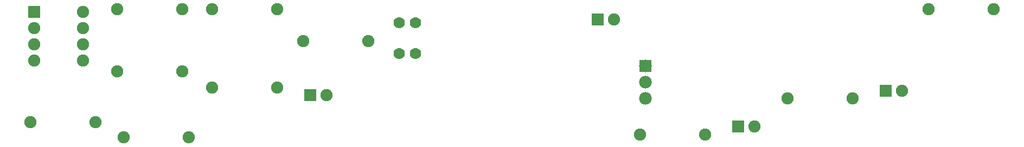
<source format=gbl>
G04 MADE WITH FRITZING*
G04 WWW.FRITZING.ORG*
G04 DOUBLE SIDED*
G04 HOLES PLATED*
G04 CONTOUR ON CENTER OF CONTOUR VECTOR*
%ASAXBY*%
%FSLAX23Y23*%
%MOIN*%
%OFA0B0*%
%SFA1.0B1.0*%
%ADD10C,0.075000*%
%ADD11C,0.070000*%
%ADD12C,0.078000*%
%ADD13R,0.075000X0.075000*%
%ADD14R,0.078000X0.078000*%
%LNCOPPER0*%
G90*
G70*
G54D10*
X160Y2051D03*
X460Y2051D03*
X160Y1951D03*
X460Y1951D03*
X160Y1851D03*
X460Y1851D03*
X160Y1751D03*
X460Y1751D03*
X669Y2068D03*
X1069Y2068D03*
X669Y1684D03*
X1069Y1684D03*
X1255Y2068D03*
X1655Y2068D03*
X1255Y1584D03*
X1655Y1584D03*
X1814Y1871D03*
X2214Y1871D03*
G54D11*
X2403Y1985D03*
X2503Y1985D03*
X2403Y1794D03*
X2503Y1794D03*
G54D10*
X1858Y1538D03*
X1958Y1538D03*
X138Y1371D03*
X538Y1371D03*
X3623Y2006D03*
X3723Y2006D03*
G54D12*
X3916Y1720D03*
X3916Y1620D03*
X3916Y1520D03*
X3916Y1720D03*
X3916Y1620D03*
X3916Y1520D03*
G54D10*
X3884Y1296D03*
X4284Y1296D03*
X4487Y1345D03*
X4587Y1345D03*
X4791Y1518D03*
X5191Y1518D03*
X5395Y1567D03*
X5495Y1567D03*
X5656Y2068D03*
X6056Y2068D03*
X711Y1278D03*
X1111Y1278D03*
G54D13*
X160Y2051D03*
X1858Y1538D03*
X3623Y2006D03*
G54D14*
X3916Y1720D03*
X3916Y1720D03*
G54D13*
X4487Y1345D03*
X5395Y1567D03*
G04 End of Copper0*
M02*
</source>
